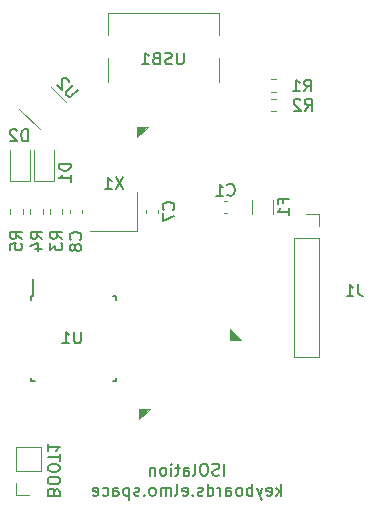
<source format=gbr>
%TF.GenerationSoftware,KiCad,Pcbnew,(5.1.10)-1*%
%TF.CreationDate,2021-09-22T23:45:30+02:00*%
%TF.ProjectId,iso,69736f2e-6b69-4636-9164-5f7063625858,rev?*%
%TF.SameCoordinates,Original*%
%TF.FileFunction,Legend,Bot*%
%TF.FilePolarity,Positive*%
%FSLAX46Y46*%
G04 Gerber Fmt 4.6, Leading zero omitted, Abs format (unit mm)*
G04 Created by KiCad (PCBNEW (5.1.10)-1) date 2021-09-22 23:45:30*
%MOMM*%
%LPD*%
G01*
G04 APERTURE LIST*
%ADD10C,0.200000*%
%ADD11C,0.120000*%
%ADD12C,0.100000*%
%ADD13C,0.150000*%
G04 APERTURE END LIST*
D10*
X160114857Y-99729180D02*
X160114857Y-98729180D01*
X159686285Y-99681561D02*
X159543428Y-99729180D01*
X159305333Y-99729180D01*
X159210095Y-99681561D01*
X159162476Y-99633942D01*
X159114857Y-99538704D01*
X159114857Y-99443466D01*
X159162476Y-99348228D01*
X159210095Y-99300609D01*
X159305333Y-99252990D01*
X159495809Y-99205371D01*
X159591047Y-99157752D01*
X159638666Y-99110133D01*
X159686285Y-99014895D01*
X159686285Y-98919657D01*
X159638666Y-98824419D01*
X159591047Y-98776800D01*
X159495809Y-98729180D01*
X159257714Y-98729180D01*
X159114857Y-98776800D01*
X158495809Y-98729180D02*
X158305333Y-98729180D01*
X158210095Y-98776800D01*
X158114857Y-98872038D01*
X158067238Y-99062514D01*
X158067238Y-99395847D01*
X158114857Y-99586323D01*
X158210095Y-99681561D01*
X158305333Y-99729180D01*
X158495809Y-99729180D01*
X158591047Y-99681561D01*
X158686285Y-99586323D01*
X158733904Y-99395847D01*
X158733904Y-99062514D01*
X158686285Y-98872038D01*
X158591047Y-98776800D01*
X158495809Y-98729180D01*
X157495809Y-99729180D02*
X157591047Y-99681561D01*
X157638666Y-99586323D01*
X157638666Y-98729180D01*
X156686285Y-99729180D02*
X156686285Y-99205371D01*
X156733904Y-99110133D01*
X156829142Y-99062514D01*
X157019619Y-99062514D01*
X157114857Y-99110133D01*
X156686285Y-99681561D02*
X156781523Y-99729180D01*
X157019619Y-99729180D01*
X157114857Y-99681561D01*
X157162476Y-99586323D01*
X157162476Y-99491085D01*
X157114857Y-99395847D01*
X157019619Y-99348228D01*
X156781523Y-99348228D01*
X156686285Y-99300609D01*
X156352952Y-99062514D02*
X155972000Y-99062514D01*
X156210095Y-98729180D02*
X156210095Y-99586323D01*
X156162476Y-99681561D01*
X156067238Y-99729180D01*
X155972000Y-99729180D01*
X155638666Y-99729180D02*
X155638666Y-99062514D01*
X155638666Y-98729180D02*
X155686285Y-98776800D01*
X155638666Y-98824419D01*
X155591047Y-98776800D01*
X155638666Y-98729180D01*
X155638666Y-98824419D01*
X155019619Y-99729180D02*
X155114857Y-99681561D01*
X155162476Y-99633942D01*
X155210095Y-99538704D01*
X155210095Y-99252990D01*
X155162476Y-99157752D01*
X155114857Y-99110133D01*
X155019619Y-99062514D01*
X154876761Y-99062514D01*
X154781523Y-99110133D01*
X154733904Y-99157752D01*
X154686285Y-99252990D01*
X154686285Y-99538704D01*
X154733904Y-99633942D01*
X154781523Y-99681561D01*
X154876761Y-99729180D01*
X155019619Y-99729180D01*
X154257714Y-99062514D02*
X154257714Y-99729180D01*
X154257714Y-99157752D02*
X154210095Y-99110133D01*
X154114857Y-99062514D01*
X153972000Y-99062514D01*
X153876761Y-99110133D01*
X153829142Y-99205371D01*
X153829142Y-99729180D01*
X164924380Y-101429180D02*
X164924380Y-100429180D01*
X164829142Y-101048228D02*
X164543428Y-101429180D01*
X164543428Y-100762514D02*
X164924380Y-101143466D01*
X163733904Y-101381561D02*
X163829142Y-101429180D01*
X164019619Y-101429180D01*
X164114857Y-101381561D01*
X164162476Y-101286323D01*
X164162476Y-100905371D01*
X164114857Y-100810133D01*
X164019619Y-100762514D01*
X163829142Y-100762514D01*
X163733904Y-100810133D01*
X163686285Y-100905371D01*
X163686285Y-101000609D01*
X164162476Y-101095847D01*
X163352952Y-100762514D02*
X163114857Y-101429180D01*
X162876761Y-100762514D02*
X163114857Y-101429180D01*
X163210095Y-101667276D01*
X163257714Y-101714895D01*
X163352952Y-101762514D01*
X162495809Y-101429180D02*
X162495809Y-100429180D01*
X162495809Y-100810133D02*
X162400571Y-100762514D01*
X162210095Y-100762514D01*
X162114857Y-100810133D01*
X162067238Y-100857752D01*
X162019619Y-100952990D01*
X162019619Y-101238704D01*
X162067238Y-101333942D01*
X162114857Y-101381561D01*
X162210095Y-101429180D01*
X162400571Y-101429180D01*
X162495809Y-101381561D01*
X161448190Y-101429180D02*
X161543428Y-101381561D01*
X161591047Y-101333942D01*
X161638666Y-101238704D01*
X161638666Y-100952990D01*
X161591047Y-100857752D01*
X161543428Y-100810133D01*
X161448190Y-100762514D01*
X161305333Y-100762514D01*
X161210095Y-100810133D01*
X161162476Y-100857752D01*
X161114857Y-100952990D01*
X161114857Y-101238704D01*
X161162476Y-101333942D01*
X161210095Y-101381561D01*
X161305333Y-101429180D01*
X161448190Y-101429180D01*
X160257714Y-101429180D02*
X160257714Y-100905371D01*
X160305333Y-100810133D01*
X160400571Y-100762514D01*
X160591047Y-100762514D01*
X160686285Y-100810133D01*
X160257714Y-101381561D02*
X160352952Y-101429180D01*
X160591047Y-101429180D01*
X160686285Y-101381561D01*
X160733904Y-101286323D01*
X160733904Y-101191085D01*
X160686285Y-101095847D01*
X160591047Y-101048228D01*
X160352952Y-101048228D01*
X160257714Y-101000609D01*
X159781523Y-101429180D02*
X159781523Y-100762514D01*
X159781523Y-100952990D02*
X159733904Y-100857752D01*
X159686285Y-100810133D01*
X159591047Y-100762514D01*
X159495809Y-100762514D01*
X158733904Y-101429180D02*
X158733904Y-100429180D01*
X158733904Y-101381561D02*
X158829142Y-101429180D01*
X159019619Y-101429180D01*
X159114857Y-101381561D01*
X159162476Y-101333942D01*
X159210095Y-101238704D01*
X159210095Y-100952990D01*
X159162476Y-100857752D01*
X159114857Y-100810133D01*
X159019619Y-100762514D01*
X158829142Y-100762514D01*
X158733904Y-100810133D01*
X158305333Y-101381561D02*
X158210095Y-101429180D01*
X158019619Y-101429180D01*
X157924380Y-101381561D01*
X157876761Y-101286323D01*
X157876761Y-101238704D01*
X157924380Y-101143466D01*
X158019619Y-101095847D01*
X158162476Y-101095847D01*
X158257714Y-101048228D01*
X158305333Y-100952990D01*
X158305333Y-100905371D01*
X158257714Y-100810133D01*
X158162476Y-100762514D01*
X158019619Y-100762514D01*
X157924380Y-100810133D01*
X157448190Y-101333942D02*
X157400571Y-101381561D01*
X157448190Y-101429180D01*
X157495809Y-101381561D01*
X157448190Y-101333942D01*
X157448190Y-101429180D01*
X156591047Y-101381561D02*
X156686285Y-101429180D01*
X156876761Y-101429180D01*
X156972000Y-101381561D01*
X157019619Y-101286323D01*
X157019619Y-100905371D01*
X156972000Y-100810133D01*
X156876761Y-100762514D01*
X156686285Y-100762514D01*
X156591047Y-100810133D01*
X156543428Y-100905371D01*
X156543428Y-101000609D01*
X157019619Y-101095847D01*
X155972000Y-101429180D02*
X156067238Y-101381561D01*
X156114857Y-101286323D01*
X156114857Y-100429180D01*
X155591047Y-101429180D02*
X155591047Y-100762514D01*
X155591047Y-100857752D02*
X155543428Y-100810133D01*
X155448190Y-100762514D01*
X155305333Y-100762514D01*
X155210095Y-100810133D01*
X155162476Y-100905371D01*
X155162476Y-101429180D01*
X155162476Y-100905371D02*
X155114857Y-100810133D01*
X155019619Y-100762514D01*
X154876761Y-100762514D01*
X154781523Y-100810133D01*
X154733904Y-100905371D01*
X154733904Y-101429180D01*
X154114857Y-101429180D02*
X154210095Y-101381561D01*
X154257714Y-101333942D01*
X154305333Y-101238704D01*
X154305333Y-100952990D01*
X154257714Y-100857752D01*
X154210095Y-100810133D01*
X154114857Y-100762514D01*
X153972000Y-100762514D01*
X153876761Y-100810133D01*
X153829142Y-100857752D01*
X153781523Y-100952990D01*
X153781523Y-101238704D01*
X153829142Y-101333942D01*
X153876761Y-101381561D01*
X153972000Y-101429180D01*
X154114857Y-101429180D01*
X153352952Y-101333942D02*
X153305333Y-101381561D01*
X153352952Y-101429180D01*
X153400571Y-101381561D01*
X153352952Y-101333942D01*
X153352952Y-101429180D01*
X152924380Y-101381561D02*
X152829142Y-101429180D01*
X152638666Y-101429180D01*
X152543428Y-101381561D01*
X152495809Y-101286323D01*
X152495809Y-101238704D01*
X152543428Y-101143466D01*
X152638666Y-101095847D01*
X152781523Y-101095847D01*
X152876761Y-101048228D01*
X152924380Y-100952990D01*
X152924380Y-100905371D01*
X152876761Y-100810133D01*
X152781523Y-100762514D01*
X152638666Y-100762514D01*
X152543428Y-100810133D01*
X152067238Y-100762514D02*
X152067238Y-101762514D01*
X152067238Y-100810133D02*
X151972000Y-100762514D01*
X151781523Y-100762514D01*
X151686285Y-100810133D01*
X151638666Y-100857752D01*
X151591047Y-100952990D01*
X151591047Y-101238704D01*
X151638666Y-101333942D01*
X151686285Y-101381561D01*
X151781523Y-101429180D01*
X151972000Y-101429180D01*
X152067238Y-101381561D01*
X150733904Y-101429180D02*
X150733904Y-100905371D01*
X150781523Y-100810133D01*
X150876761Y-100762514D01*
X151067238Y-100762514D01*
X151162476Y-100810133D01*
X150733904Y-101381561D02*
X150829142Y-101429180D01*
X151067238Y-101429180D01*
X151162476Y-101381561D01*
X151210095Y-101286323D01*
X151210095Y-101191085D01*
X151162476Y-101095847D01*
X151067238Y-101048228D01*
X150829142Y-101048228D01*
X150733904Y-101000609D01*
X149829142Y-101381561D02*
X149924380Y-101429180D01*
X150114857Y-101429180D01*
X150210095Y-101381561D01*
X150257714Y-101333942D01*
X150305333Y-101238704D01*
X150305333Y-100952990D01*
X150257714Y-100857752D01*
X150210095Y-100810133D01*
X150114857Y-100762514D01*
X149924380Y-100762514D01*
X149829142Y-100810133D01*
X149019619Y-101381561D02*
X149114857Y-101429180D01*
X149305333Y-101429180D01*
X149400571Y-101381561D01*
X149448190Y-101286323D01*
X149448190Y-100905371D01*
X149400571Y-100810133D01*
X149305333Y-100762514D01*
X149114857Y-100762514D01*
X149019619Y-100810133D01*
X148972000Y-100905371D01*
X148972000Y-101000609D01*
X149448190Y-101095847D01*
D11*
%TO.C,C1*%
X160363780Y-76502800D02*
X160082620Y-76502800D01*
X160363780Y-77522800D02*
X160082620Y-77522800D01*
%TO.C,R5*%
X143067300Y-77605658D02*
X143067300Y-77131142D01*
X142022300Y-77605658D02*
X142022300Y-77131142D01*
%TO.C,R4*%
X144743700Y-77605658D02*
X144743700Y-77131142D01*
X143698700Y-77605658D02*
X143698700Y-77131142D01*
%TO.C,R3*%
X145375100Y-77131142D02*
X145375100Y-77605658D01*
X146420100Y-77131142D02*
X146420100Y-77605658D01*
%TO.C,R2*%
X164524458Y-67854300D02*
X164049942Y-67854300D01*
X164524458Y-68899300D02*
X164049942Y-68899300D01*
%TO.C,R1*%
X164524458Y-66177900D02*
X164049942Y-66177900D01*
X164524458Y-67222900D02*
X164049942Y-67222900D01*
%TO.C,D2*%
X143648800Y-74753600D02*
X141948800Y-74753600D01*
X141948800Y-74753600D02*
X141948800Y-72203600D01*
X143648800Y-74753600D02*
X143648800Y-72203600D01*
%TO.C,D1*%
X145731600Y-74753600D02*
X144031600Y-74753600D01*
X144031600Y-74753600D02*
X144031600Y-72203600D01*
X145731600Y-74753600D02*
X145731600Y-72203600D01*
%TO.C,C8*%
X147064000Y-77227820D02*
X147064000Y-77508980D01*
X148084000Y-77227820D02*
X148084000Y-77508980D01*
%TO.C,C7*%
X154484800Y-77508980D02*
X154484800Y-77227820D01*
X153464800Y-77508980D02*
X153464800Y-77227820D01*
D12*
%TO.C,LED3*%
G36*
X152772000Y-71085200D02*
G01*
X153672000Y-70185200D01*
X152772000Y-70185200D01*
X152772000Y-71085200D01*
G37*
X152772000Y-71085200D02*
X153672000Y-70185200D01*
X152772000Y-70185200D01*
X152772000Y-71085200D01*
%TO.C,LED2*%
G36*
X161509200Y-88223200D02*
G01*
X160609200Y-87323200D01*
X160609200Y-88223200D01*
X161509200Y-88223200D01*
G37*
X161509200Y-88223200D02*
X160609200Y-87323200D01*
X160609200Y-88223200D01*
X161509200Y-88223200D01*
D11*
%TO.C,F1*%
X164282800Y-77564064D02*
X164282800Y-76359936D01*
X162462800Y-77564064D02*
X162462800Y-76359936D01*
D12*
%TO.C,LED1*%
G36*
X152924400Y-94961200D02*
G01*
X153824400Y-94061200D01*
X152924400Y-94061200D01*
X152924400Y-94961200D01*
G37*
X152924400Y-94961200D02*
X153824400Y-94061200D01*
X152924400Y-94061200D01*
X152924400Y-94961200D01*
D11*
%TO.C,J1*%
X168141200Y-89698400D02*
X166021200Y-89698400D01*
X168141200Y-79638400D02*
X168141200Y-89698400D01*
X166021200Y-79638400D02*
X166021200Y-89698400D01*
X168141200Y-79638400D02*
X166021200Y-79638400D01*
X168141200Y-78638400D02*
X168141200Y-77578400D01*
X168141200Y-77578400D02*
X167081200Y-77578400D01*
%TO.C,USB1*%
X150240000Y-62465200D02*
X150240000Y-60565200D01*
X150240000Y-66365200D02*
X150240000Y-64365200D01*
X159640000Y-62465200D02*
X159640000Y-60565200D01*
X159640000Y-66365200D02*
X159640000Y-64365200D01*
X150240000Y-60565200D02*
X159640000Y-60565200D01*
D13*
%TO.C,U1*%
X143745800Y-84513000D02*
X143970800Y-84513000D01*
X143745800Y-91763000D02*
X144070800Y-91763000D01*
X150995800Y-91763000D02*
X150670800Y-91763000D01*
X150995800Y-84513000D02*
X150670800Y-84513000D01*
X143745800Y-84513000D02*
X143745800Y-84838000D01*
X150995800Y-84513000D02*
X150995800Y-84838000D01*
X150995800Y-91763000D02*
X150995800Y-91438000D01*
X143745800Y-91763000D02*
X143745800Y-91438000D01*
X143970800Y-84513000D02*
X143970800Y-83088000D01*
D11*
%TO.C,BOOT1*%
X142500800Y-97270000D02*
X144620800Y-97270000D01*
X142500800Y-99330000D02*
X142500800Y-97270000D01*
X144620800Y-99330000D02*
X144620800Y-97270000D01*
X142500800Y-99330000D02*
X144620800Y-99330000D01*
X142500800Y-100330000D02*
X142500800Y-101390000D01*
X142500800Y-101390000D02*
X143560800Y-101390000D01*
%TO.C,X1*%
X152774400Y-75718400D02*
X152774400Y-79018400D01*
X152774400Y-79018400D02*
X148774400Y-79018400D01*
%TO.C,U2*%
X145485246Y-66855962D02*
X146758038Y-68128754D01*
X144481154Y-70405638D02*
X142748743Y-68673226D01*
%TO.C,C1*%
D13*
X160389866Y-75939942D02*
X160437485Y-75987561D01*
X160580342Y-76035180D01*
X160675580Y-76035180D01*
X160818438Y-75987561D01*
X160913676Y-75892323D01*
X160961295Y-75797085D01*
X161008914Y-75606609D01*
X161008914Y-75463752D01*
X160961295Y-75273276D01*
X160913676Y-75178038D01*
X160818438Y-75082800D01*
X160675580Y-75035180D01*
X160580342Y-75035180D01*
X160437485Y-75082800D01*
X160389866Y-75130419D01*
X159437485Y-76035180D02*
X160008914Y-76035180D01*
X159723200Y-76035180D02*
X159723200Y-75035180D01*
X159818438Y-75178038D01*
X159913676Y-75273276D01*
X160008914Y-75320895D01*
%TO.C,R5*%
X142997180Y-79690933D02*
X142520990Y-79357600D01*
X142997180Y-79119504D02*
X141997180Y-79119504D01*
X141997180Y-79500457D01*
X142044800Y-79595695D01*
X142092419Y-79643314D01*
X142187657Y-79690933D01*
X142330514Y-79690933D01*
X142425752Y-79643314D01*
X142473371Y-79595695D01*
X142520990Y-79500457D01*
X142520990Y-79119504D01*
X141997180Y-80595695D02*
X141997180Y-80119504D01*
X142473371Y-80071885D01*
X142425752Y-80119504D01*
X142378133Y-80214742D01*
X142378133Y-80452838D01*
X142425752Y-80548076D01*
X142473371Y-80595695D01*
X142568609Y-80643314D01*
X142806704Y-80643314D01*
X142901942Y-80595695D01*
X142949561Y-80548076D01*
X142997180Y-80452838D01*
X142997180Y-80214742D01*
X142949561Y-80119504D01*
X142901942Y-80071885D01*
%TO.C,R4*%
X144724380Y-79690933D02*
X144248190Y-79357600D01*
X144724380Y-79119504D02*
X143724380Y-79119504D01*
X143724380Y-79500457D01*
X143772000Y-79595695D01*
X143819619Y-79643314D01*
X143914857Y-79690933D01*
X144057714Y-79690933D01*
X144152952Y-79643314D01*
X144200571Y-79595695D01*
X144248190Y-79500457D01*
X144248190Y-79119504D01*
X144057714Y-80548076D02*
X144724380Y-80548076D01*
X143676761Y-80309980D02*
X144391047Y-80071885D01*
X144391047Y-80690933D01*
%TO.C,R3*%
X146400780Y-79690933D02*
X145924590Y-79357600D01*
X146400780Y-79119504D02*
X145400780Y-79119504D01*
X145400780Y-79500457D01*
X145448400Y-79595695D01*
X145496019Y-79643314D01*
X145591257Y-79690933D01*
X145734114Y-79690933D01*
X145829352Y-79643314D01*
X145876971Y-79595695D01*
X145924590Y-79500457D01*
X145924590Y-79119504D01*
X145400780Y-80024266D02*
X145400780Y-80643314D01*
X145781733Y-80309980D01*
X145781733Y-80452838D01*
X145829352Y-80548076D01*
X145876971Y-80595695D01*
X145972209Y-80643314D01*
X146210304Y-80643314D01*
X146305542Y-80595695D01*
X146353161Y-80548076D01*
X146400780Y-80452838D01*
X146400780Y-80167123D01*
X146353161Y-80071885D01*
X146305542Y-80024266D01*
%TO.C,R2*%
X166943066Y-68829180D02*
X167276400Y-68352990D01*
X167514495Y-68829180D02*
X167514495Y-67829180D01*
X167133542Y-67829180D01*
X167038304Y-67876800D01*
X166990685Y-67924419D01*
X166943066Y-68019657D01*
X166943066Y-68162514D01*
X166990685Y-68257752D01*
X167038304Y-68305371D01*
X167133542Y-68352990D01*
X167514495Y-68352990D01*
X166562114Y-67924419D02*
X166514495Y-67876800D01*
X166419257Y-67829180D01*
X166181161Y-67829180D01*
X166085923Y-67876800D01*
X166038304Y-67924419D01*
X165990685Y-68019657D01*
X165990685Y-68114895D01*
X166038304Y-68257752D01*
X166609733Y-68829180D01*
X165990685Y-68829180D01*
%TO.C,R1*%
X166892266Y-67203580D02*
X167225600Y-66727390D01*
X167463695Y-67203580D02*
X167463695Y-66203580D01*
X167082742Y-66203580D01*
X166987504Y-66251200D01*
X166939885Y-66298819D01*
X166892266Y-66394057D01*
X166892266Y-66536914D01*
X166939885Y-66632152D01*
X166987504Y-66679771D01*
X167082742Y-66727390D01*
X167463695Y-66727390D01*
X165939885Y-67203580D02*
X166511314Y-67203580D01*
X166225600Y-67203580D02*
X166225600Y-66203580D01*
X166320838Y-66346438D01*
X166416076Y-66441676D01*
X166511314Y-66489295D01*
%TO.C,D2*%
X143486095Y-71419980D02*
X143486095Y-70419980D01*
X143248000Y-70419980D01*
X143105142Y-70467600D01*
X143009904Y-70562838D01*
X142962285Y-70658076D01*
X142914666Y-70848552D01*
X142914666Y-70991409D01*
X142962285Y-71181885D01*
X143009904Y-71277123D01*
X143105142Y-71372361D01*
X143248000Y-71419980D01*
X143486095Y-71419980D01*
X142533714Y-70515219D02*
X142486095Y-70467600D01*
X142390857Y-70419980D01*
X142152761Y-70419980D01*
X142057523Y-70467600D01*
X142009904Y-70515219D01*
X141962285Y-70610457D01*
X141962285Y-70705695D01*
X142009904Y-70848552D01*
X142581333Y-71419980D01*
X141962285Y-71419980D01*
%TO.C,D1*%
X147111980Y-73328304D02*
X146111980Y-73328304D01*
X146111980Y-73566400D01*
X146159600Y-73709257D01*
X146254838Y-73804495D01*
X146350076Y-73852114D01*
X146540552Y-73899733D01*
X146683409Y-73899733D01*
X146873885Y-73852114D01*
X146969123Y-73804495D01*
X147064361Y-73709257D01*
X147111980Y-73566400D01*
X147111980Y-73328304D01*
X147111980Y-74852114D02*
X147111980Y-74280685D01*
X147111980Y-74566400D02*
X146111980Y-74566400D01*
X146254838Y-74471161D01*
X146350076Y-74375923D01*
X146397695Y-74280685D01*
%TO.C,C8*%
X147931142Y-79741733D02*
X147978761Y-79694114D01*
X148026380Y-79551257D01*
X148026380Y-79456019D01*
X147978761Y-79313161D01*
X147883523Y-79217923D01*
X147788285Y-79170304D01*
X147597809Y-79122685D01*
X147454952Y-79122685D01*
X147264476Y-79170304D01*
X147169238Y-79217923D01*
X147074000Y-79313161D01*
X147026380Y-79456019D01*
X147026380Y-79551257D01*
X147074000Y-79694114D01*
X147121619Y-79741733D01*
X147454952Y-80313161D02*
X147407333Y-80217923D01*
X147359714Y-80170304D01*
X147264476Y-80122685D01*
X147216857Y-80122685D01*
X147121619Y-80170304D01*
X147074000Y-80217923D01*
X147026380Y-80313161D01*
X147026380Y-80503638D01*
X147074000Y-80598876D01*
X147121619Y-80646495D01*
X147216857Y-80694114D01*
X147264476Y-80694114D01*
X147359714Y-80646495D01*
X147407333Y-80598876D01*
X147454952Y-80503638D01*
X147454952Y-80313161D01*
X147502571Y-80217923D01*
X147550190Y-80170304D01*
X147645428Y-80122685D01*
X147835904Y-80122685D01*
X147931142Y-80170304D01*
X147978761Y-80217923D01*
X148026380Y-80313161D01*
X148026380Y-80503638D01*
X147978761Y-80598876D01*
X147931142Y-80646495D01*
X147835904Y-80694114D01*
X147645428Y-80694114D01*
X147550190Y-80646495D01*
X147502571Y-80598876D01*
X147454952Y-80503638D01*
%TO.C,C7*%
X155805142Y-77201733D02*
X155852761Y-77154114D01*
X155900380Y-77011257D01*
X155900380Y-76916019D01*
X155852761Y-76773161D01*
X155757523Y-76677923D01*
X155662285Y-76630304D01*
X155471809Y-76582685D01*
X155328952Y-76582685D01*
X155138476Y-76630304D01*
X155043238Y-76677923D01*
X154948000Y-76773161D01*
X154900380Y-76916019D01*
X154900380Y-77011257D01*
X154948000Y-77154114D01*
X154995619Y-77201733D01*
X154900380Y-77535066D02*
X154900380Y-78201733D01*
X155900380Y-77773161D01*
%TO.C,F1*%
X165121371Y-76628666D02*
X165121371Y-76295333D01*
X165645180Y-76295333D02*
X164645180Y-76295333D01*
X164645180Y-76771523D01*
X165645180Y-77676285D02*
X165645180Y-77104857D01*
X165645180Y-77390571D02*
X164645180Y-77390571D01*
X164788038Y-77295333D01*
X164883276Y-77200095D01*
X164930895Y-77104857D01*
%TO.C,J1*%
X171478533Y-83526380D02*
X171478533Y-84240666D01*
X171526152Y-84383523D01*
X171621390Y-84478761D01*
X171764247Y-84526380D01*
X171859485Y-84526380D01*
X170478533Y-84526380D02*
X171049961Y-84526380D01*
X170764247Y-84526380D02*
X170764247Y-83526380D01*
X170859485Y-83669238D01*
X170954723Y-83764476D01*
X171049961Y-83812095D01*
%TO.C,USB1*%
X156678095Y-63917580D02*
X156678095Y-64727104D01*
X156630476Y-64822342D01*
X156582857Y-64869961D01*
X156487619Y-64917580D01*
X156297142Y-64917580D01*
X156201904Y-64869961D01*
X156154285Y-64822342D01*
X156106666Y-64727104D01*
X156106666Y-63917580D01*
X155678095Y-64869961D02*
X155535238Y-64917580D01*
X155297142Y-64917580D01*
X155201904Y-64869961D01*
X155154285Y-64822342D01*
X155106666Y-64727104D01*
X155106666Y-64631866D01*
X155154285Y-64536628D01*
X155201904Y-64489009D01*
X155297142Y-64441390D01*
X155487619Y-64393771D01*
X155582857Y-64346152D01*
X155630476Y-64298533D01*
X155678095Y-64203295D01*
X155678095Y-64108057D01*
X155630476Y-64012819D01*
X155582857Y-63965200D01*
X155487619Y-63917580D01*
X155249523Y-63917580D01*
X155106666Y-63965200D01*
X154344761Y-64393771D02*
X154201904Y-64441390D01*
X154154285Y-64489009D01*
X154106666Y-64584247D01*
X154106666Y-64727104D01*
X154154285Y-64822342D01*
X154201904Y-64869961D01*
X154297142Y-64917580D01*
X154678095Y-64917580D01*
X154678095Y-63917580D01*
X154344761Y-63917580D01*
X154249523Y-63965200D01*
X154201904Y-64012819D01*
X154154285Y-64108057D01*
X154154285Y-64203295D01*
X154201904Y-64298533D01*
X154249523Y-64346152D01*
X154344761Y-64393771D01*
X154678095Y-64393771D01*
X153154285Y-64917580D02*
X153725714Y-64917580D01*
X153440000Y-64917580D02*
X153440000Y-63917580D01*
X153535238Y-64060438D01*
X153630476Y-64155676D01*
X153725714Y-64203295D01*
%TO.C,U1*%
X147980304Y-87539580D02*
X147980304Y-88349104D01*
X147932685Y-88444342D01*
X147885066Y-88491961D01*
X147789828Y-88539580D01*
X147599352Y-88539580D01*
X147504114Y-88491961D01*
X147456495Y-88444342D01*
X147408876Y-88349104D01*
X147408876Y-87539580D01*
X146408876Y-88539580D02*
X146980304Y-88539580D01*
X146694590Y-88539580D02*
X146694590Y-87539580D01*
X146789828Y-87682438D01*
X146885066Y-87777676D01*
X146980304Y-87825295D01*
%TO.C,BOOT1*%
X145715028Y-101096533D02*
X145667409Y-100953676D01*
X145619790Y-100906057D01*
X145524552Y-100858438D01*
X145381695Y-100858438D01*
X145286457Y-100906057D01*
X145238838Y-100953676D01*
X145191219Y-101048914D01*
X145191219Y-101429866D01*
X146191219Y-101429866D01*
X146191219Y-101096533D01*
X146143600Y-101001295D01*
X146095980Y-100953676D01*
X146000742Y-100906057D01*
X145905504Y-100906057D01*
X145810266Y-100953676D01*
X145762647Y-101001295D01*
X145715028Y-101096533D01*
X145715028Y-101429866D01*
X146191219Y-100239390D02*
X146191219Y-100048914D01*
X146143600Y-99953676D01*
X146048361Y-99858438D01*
X145857885Y-99810819D01*
X145524552Y-99810819D01*
X145334076Y-99858438D01*
X145238838Y-99953676D01*
X145191219Y-100048914D01*
X145191219Y-100239390D01*
X145238838Y-100334628D01*
X145334076Y-100429866D01*
X145524552Y-100477485D01*
X145857885Y-100477485D01*
X146048361Y-100429866D01*
X146143600Y-100334628D01*
X146191219Y-100239390D01*
X146191219Y-99191771D02*
X146191219Y-99001295D01*
X146143600Y-98906057D01*
X146048361Y-98810819D01*
X145857885Y-98763200D01*
X145524552Y-98763200D01*
X145334076Y-98810819D01*
X145238838Y-98906057D01*
X145191219Y-99001295D01*
X145191219Y-99191771D01*
X145238838Y-99287009D01*
X145334076Y-99382247D01*
X145524552Y-99429866D01*
X145857885Y-99429866D01*
X146048361Y-99382247D01*
X146143600Y-99287009D01*
X146191219Y-99191771D01*
X146191219Y-98477485D02*
X146191219Y-97906057D01*
X145191219Y-98191771D02*
X146191219Y-98191771D01*
X145191219Y-97048914D02*
X145191219Y-97620342D01*
X145191219Y-97334628D02*
X146191219Y-97334628D01*
X146048361Y-97429866D01*
X145953123Y-97525104D01*
X145905504Y-97620342D01*
%TO.C,X1*%
X151583923Y-74469101D02*
X150917257Y-75469101D01*
X150917257Y-74469101D02*
X151583923Y-75469101D01*
X150012495Y-75469101D02*
X150583923Y-75469101D01*
X150298209Y-75469101D02*
X150298209Y-74469101D01*
X150393447Y-74611959D01*
X150488685Y-74707197D01*
X150583923Y-74754816D01*
%TO.C,U2*%
X147737973Y-67055122D02*
X147165553Y-67627542D01*
X147064538Y-67661214D01*
X146997194Y-67661214D01*
X146896179Y-67627542D01*
X146761492Y-67492855D01*
X146727820Y-67391840D01*
X146727820Y-67324496D01*
X146761492Y-67223481D01*
X147333912Y-66651061D01*
X146963522Y-66415359D02*
X146963522Y-66348016D01*
X146929851Y-66247000D01*
X146761492Y-66078642D01*
X146660477Y-66044970D01*
X146593133Y-66044970D01*
X146492118Y-66078642D01*
X146424774Y-66145985D01*
X146357431Y-66280672D01*
X146357431Y-67088794D01*
X145919698Y-66651061D01*
%TD*%
M02*

</source>
